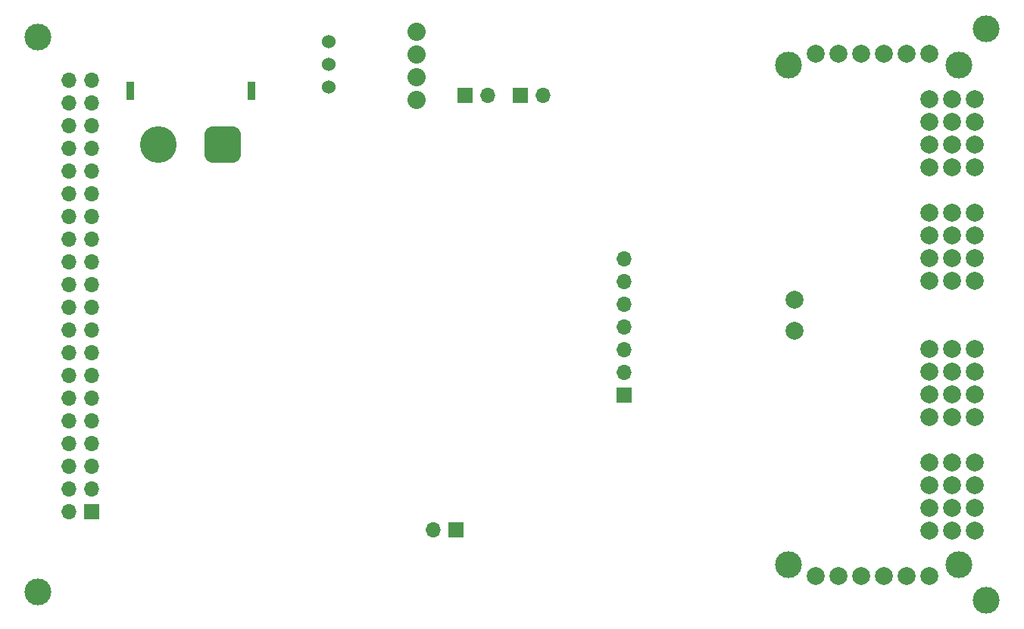
<source format=gbr>
%TF.GenerationSoftware,KiCad,Pcbnew,8.0.1*%
%TF.CreationDate,2024-05-24T12:35:21-07:00*%
%TF.ProjectId,pcb-v3,7063622d-7633-42e6-9b69-6361645f7063,rev?*%
%TF.SameCoordinates,Original*%
%TF.FileFunction,Soldermask,Top*%
%TF.FilePolarity,Negative*%
%FSLAX46Y46*%
G04 Gerber Fmt 4.6, Leading zero omitted, Abs format (unit mm)*
G04 Created by KiCad (PCBNEW 8.0.1) date 2024-05-24 12:35:21*
%MOMM*%
%LPD*%
G01*
G04 APERTURE LIST*
G04 Aperture macros list*
%AMRoundRect*
0 Rectangle with rounded corners*
0 $1 Rounding radius*
0 $2 $3 $4 $5 $6 $7 $8 $9 X,Y pos of 4 corners*
0 Add a 4 corners polygon primitive as box body*
4,1,4,$2,$3,$4,$5,$6,$7,$8,$9,$2,$3,0*
0 Add four circle primitives for the rounded corners*
1,1,$1+$1,$2,$3*
1,1,$1+$1,$4,$5*
1,1,$1+$1,$6,$7*
1,1,$1+$1,$8,$9*
0 Add four rect primitives between the rounded corners*
20,1,$1+$1,$2,$3,$4,$5,0*
20,1,$1+$1,$4,$5,$6,$7,0*
20,1,$1+$1,$6,$7,$8,$9,0*
20,1,$1+$1,$8,$9,$2,$3,0*%
G04 Aperture macros list end*
%ADD10C,3.000000*%
%ADD11R,1.700000X1.700000*%
%ADD12O,1.700000X1.700000*%
%ADD13C,2.032000*%
%ADD14C,1.524000*%
%ADD15C,2.000000*%
%ADD16R,0.900000X2.000000*%
%ADD17RoundRect,1.025000X-1.025000X-1.025000X1.025000X-1.025000X1.025000X1.025000X-1.025000X1.025000X0*%
%ADD18C,4.100000*%
G04 APERTURE END LIST*
D10*
%TO.C,*%
X234000000Y-94000000D03*
%TD*%
%TO.C,*%
X234000000Y-30000000D03*
%TD*%
%TO.C,*%
X128000000Y-31000000D03*
%TD*%
%TO.C,*%
X128000000Y-93000000D03*
%TD*%
D11*
%TO.C,J1*%
X175725000Y-37505000D03*
D12*
X178265000Y-37505000D03*
%TD*%
D11*
%TO.C,J4*%
X174775000Y-86125000D03*
D12*
X172235000Y-86125000D03*
%TD*%
D13*
%TO.C,Q2*%
X170330400Y-37956000D03*
X170330400Y-35416000D03*
X170330400Y-32876000D03*
X170330400Y-30336000D03*
%TD*%
D11*
%TO.C,J2*%
X193500000Y-71000000D03*
D12*
X193500000Y-68460000D03*
X193500000Y-65920000D03*
X193500000Y-63380000D03*
X193500000Y-60840000D03*
X193500000Y-58300000D03*
X193500000Y-55760000D03*
%TD*%
D11*
%TO.C,J3*%
X181960000Y-37500000D03*
D12*
X184500000Y-37500000D03*
%TD*%
D14*
%TO.C,Q1*%
X160500000Y-36580000D03*
X160500000Y-34040000D03*
X160500000Y-31500000D03*
%TD*%
D10*
%TO.C,U2*%
X211952000Y-90000000D03*
X231002000Y-89974600D03*
X211952000Y-34094600D03*
X231002000Y-34094600D03*
D15*
X227700000Y-91244600D03*
X230240000Y-86164600D03*
X230240000Y-83624600D03*
X230240000Y-81084600D03*
X230240000Y-78544600D03*
X230240000Y-73464600D03*
X230240000Y-70924600D03*
X230240000Y-68384600D03*
X230240000Y-65844600D03*
X230240000Y-58224600D03*
X230240000Y-55684600D03*
X230240000Y-53144600D03*
X230240000Y-50604600D03*
X230240000Y-45524600D03*
X230240000Y-42984600D03*
X230240000Y-40444600D03*
X230240000Y-37904600D03*
X227700000Y-32824600D03*
X225160000Y-91244600D03*
X225160000Y-32824600D03*
X222620000Y-91244600D03*
X222620000Y-32824600D03*
X220080000Y-91244600D03*
X220080000Y-32824600D03*
X217540000Y-91244600D03*
X217540000Y-32824600D03*
X215000000Y-91244600D03*
X232780000Y-86164600D03*
X232780000Y-83624600D03*
X232780000Y-81084600D03*
X232780000Y-78544600D03*
X232780000Y-73464600D03*
X232780000Y-70924600D03*
X232780000Y-68384600D03*
X232780000Y-65844600D03*
X232780000Y-58224600D03*
X232780000Y-55684600D03*
X232780000Y-53144600D03*
X232780000Y-50604600D03*
X232780000Y-45524600D03*
X232780000Y-42984600D03*
X232780000Y-40444600D03*
X232780000Y-37904600D03*
X215000000Y-32824600D03*
X227700000Y-86164600D03*
X227700000Y-83624600D03*
X227700000Y-81084600D03*
X227700000Y-78544600D03*
X227700000Y-73464600D03*
X227700000Y-70924600D03*
X227700000Y-68384600D03*
X227700000Y-65844600D03*
X227700000Y-58224600D03*
X227700000Y-55684600D03*
X227700000Y-53144600D03*
X227700000Y-50604600D03*
X227700000Y-45524600D03*
X227700000Y-42984600D03*
X227700000Y-40444600D03*
X227700000Y-37904600D03*
X212587000Y-63812600D03*
X212587000Y-60358200D03*
%TD*%
D16*
%TO.C,C2*%
X138350000Y-37000000D03*
X151850000Y-37000000D03*
D17*
X148700000Y-43000000D03*
D18*
X141500000Y-43000000D03*
%TD*%
D11*
%TO.C,J5*%
X134000000Y-84020000D03*
D12*
X131460000Y-84020000D03*
X134000000Y-81480000D03*
X131460000Y-81480000D03*
X134000000Y-78940000D03*
X131460000Y-78940000D03*
X134000000Y-76400000D03*
X131460000Y-76400000D03*
X134000000Y-73860000D03*
X131460000Y-73860000D03*
X134000000Y-71320000D03*
X131460000Y-71320000D03*
X134000000Y-68780000D03*
X131460000Y-68780000D03*
X134000000Y-66240000D03*
X131460000Y-66240000D03*
X134000000Y-63700000D03*
X131460000Y-63700000D03*
X134000000Y-61160000D03*
X131460000Y-61160000D03*
X134000000Y-58620000D03*
X131460000Y-58620000D03*
X134000000Y-56080000D03*
X131460000Y-56080000D03*
X134000000Y-53540000D03*
X131460000Y-53540000D03*
X134000000Y-51000000D03*
X131460000Y-51000000D03*
X134000000Y-48460000D03*
X131460000Y-48460000D03*
X134000000Y-45920000D03*
X131460000Y-45920000D03*
X134000000Y-43380000D03*
X131460000Y-43380000D03*
X134000000Y-40840000D03*
X131460000Y-40840000D03*
X134000000Y-38300000D03*
X131460000Y-38300000D03*
X134000000Y-35760000D03*
X131460000Y-35760000D03*
%TD*%
M02*

</source>
